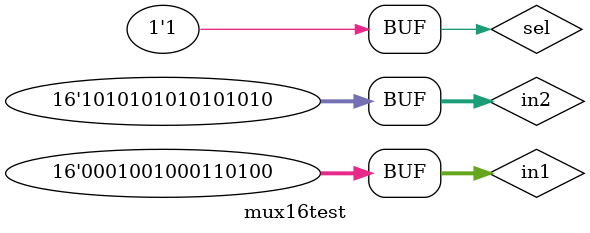
<source format=v>
`timescale 1ns / 1ps


module mux16test;

	// Inputs
	reg [15:0] in1;
	reg  sel;
	reg [15:0] in2;
	// Outputs
	wire [15:0] out;

	// Instantiate the Unit Under Test (UUT)
	mux16 uut (
		.in1(in1), 
		.sel(sel), 
		.in2(in2),
		.out(out)
	);

	initial begin
		// Initialize Inputs
		in1 = 16'h1234;
		in2 = 16'haaaa;
		sel = 0;

		// Wait 100 ns for global reset to finish
		#100;
        
		// Add stimulus here
		in1 = 16'h1234;
		in2 = 16'haaaa ;
		sel =  1;

		// Wait 100 ns for global reset to finish
		
	end
     initial begin
		$monitor ("in1 = %h , in2  = %h ,sel = %b , time = %t , output = %h ", in1 , in2 , sel , $time ,out);
		end
endmodule


</source>
